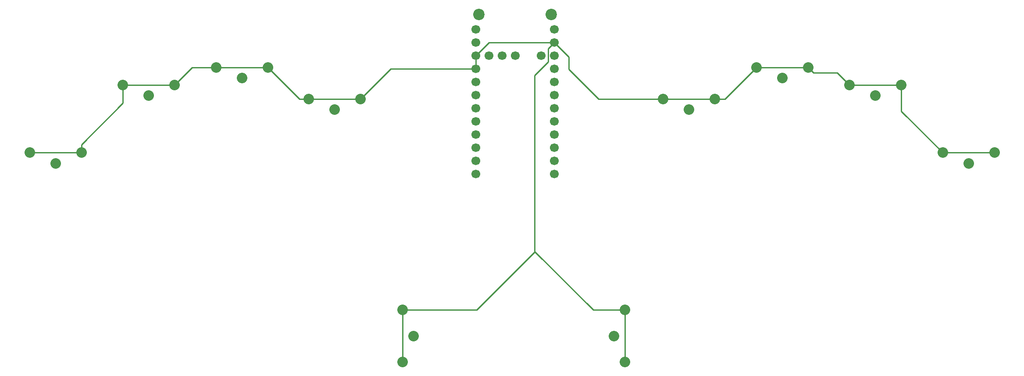
<source format=gbl>
G04 #@! TF.GenerationSoftware,KiCad,Pcbnew,5.1.6*
G04 #@! TF.CreationDate,2020-09-08T14:16:16+01:00*
G04 #@! TF.ProjectId,noip,6e6f6970-2e6b-4696-9361-645f70636258,.1*
G04 #@! TF.SameCoordinates,Original*
G04 #@! TF.FileFunction,Copper,L2,Bot*
G04 #@! TF.FilePolarity,Positive*
%FSLAX46Y46*%
G04 Gerber Fmt 4.6, Leading zero omitted, Abs format (unit mm)*
G04 Created by KiCad (PCBNEW 5.1.6) date 2020-09-08 14:16:16*
%MOMM*%
%LPD*%
G01*
G04 APERTURE LIST*
G04 #@! TA.AperFunction,ComponentPad*
%ADD10C,1.700000*%
G04 #@! TD*
G04 #@! TA.AperFunction,ComponentPad*
%ADD11C,2.200000*%
G04 #@! TD*
G04 #@! TA.AperFunction,ComponentPad*
%ADD12C,2.032000*%
G04 #@! TD*
G04 #@! TA.AperFunction,Conductor*
%ADD13C,0.250000*%
G04 #@! TD*
G04 APERTURE END LIST*
D10*
X157015000Y-45150000D03*
X141800000Y-47690000D03*
D11*
X156405000Y-42325200D03*
X142409600Y-42325200D03*
D10*
X141800000Y-45150000D03*
X144340000Y-50230000D03*
X141800000Y-50230000D03*
X141800000Y-52770000D03*
X141800000Y-55310000D03*
X141800000Y-57850000D03*
X146880000Y-50230000D03*
X149420000Y-50230000D03*
X141800000Y-60390000D03*
X141800000Y-62930000D03*
X141800000Y-65470000D03*
X141800000Y-68010000D03*
X141800000Y-70550000D03*
X141800000Y-73090000D03*
X157015000Y-47690000D03*
X157015000Y-50230000D03*
X157015000Y-55310000D03*
X154475000Y-50230000D03*
X157015000Y-52770000D03*
X157015000Y-57850000D03*
X157015000Y-60390000D03*
X157015000Y-62930000D03*
X157015000Y-68010000D03*
X157015000Y-70550000D03*
X157015000Y-65470000D03*
X157015000Y-73090000D03*
D12*
X129800000Y-104400000D03*
X127700000Y-99400000D03*
X127700000Y-109400000D03*
X170600000Y-99400000D03*
X170600000Y-109400000D03*
X168500000Y-104400000D03*
X237000000Y-71100000D03*
X232000000Y-69000000D03*
X242000000Y-69000000D03*
X219000000Y-58000000D03*
X214000000Y-55900000D03*
X224000000Y-55900000D03*
X201000000Y-54600000D03*
X196000000Y-52500000D03*
X206000000Y-52500000D03*
X183000000Y-60700000D03*
X178000000Y-58600000D03*
X188000000Y-58600000D03*
X114600000Y-60700000D03*
X109600000Y-58600000D03*
X119600000Y-58600000D03*
X96700000Y-54600000D03*
X91700000Y-52500000D03*
X101700000Y-52500000D03*
X83700000Y-55900000D03*
X73700000Y-55900000D03*
X78700000Y-58000000D03*
X60700000Y-71100000D03*
X55700000Y-69000000D03*
X65700000Y-69000000D03*
D13*
X157015000Y-47690000D02*
X151890000Y-47690000D01*
X141800000Y-51432081D02*
X141800000Y-52770000D01*
X141800000Y-50230000D02*
X141800000Y-51432081D01*
X144340000Y-47690000D02*
X141800000Y-50230000D01*
X157015000Y-47690000D02*
X144340000Y-47690000D01*
X196000000Y-52500000D02*
X197436840Y-52500000D01*
X101700000Y-52500000D02*
X100263160Y-52500000D01*
X155839999Y-48865001D02*
X157015000Y-47690000D01*
X155839999Y-51460001D02*
X155839999Y-48865001D01*
X153220000Y-54080000D02*
X155839999Y-51460001D01*
X153220000Y-77700000D02*
X153220000Y-54080000D01*
X170600000Y-109400000D02*
X170600000Y-99400000D01*
X164500000Y-99400000D02*
X153200000Y-88100000D01*
X153200000Y-88100000D02*
X153220000Y-88220000D01*
X170600000Y-99400000D02*
X164500000Y-99400000D01*
X153220000Y-77700000D02*
X153200000Y-88100000D01*
X127700000Y-109400000D02*
X127700000Y-99400000D01*
X142040000Y-99400000D02*
X153220000Y-88220000D01*
X127700000Y-99400000D02*
X142040000Y-99400000D01*
X125430000Y-52770000D02*
X119600000Y-58600000D01*
X141800000Y-52770000D02*
X125430000Y-52770000D01*
X119600000Y-58600000D02*
X109600000Y-58600000D01*
X107800000Y-58600000D02*
X101700000Y-52500000D01*
X109600000Y-58600000D02*
X107800000Y-58600000D01*
X101700000Y-52500000D02*
X91700000Y-52500000D01*
X87100000Y-52500000D02*
X83700000Y-55900000D01*
X91700000Y-52500000D02*
X87100000Y-52500000D01*
X83700000Y-55900000D02*
X73700000Y-55900000D01*
X65700000Y-67440334D02*
X65700000Y-69000000D01*
X73700000Y-59440334D02*
X65700000Y-67440334D01*
X73700000Y-55900000D02*
X73700000Y-59440334D01*
X65700000Y-69000000D02*
X55700000Y-69000000D01*
X157015000Y-47690000D02*
X159830000Y-50505000D01*
X159830000Y-50505000D02*
X159830000Y-52920000D01*
X165510000Y-58600000D02*
X178000000Y-58600000D01*
X159830000Y-52920000D02*
X165510000Y-58600000D01*
X178000000Y-58600000D02*
X188000000Y-58600000D01*
X189900000Y-58600000D02*
X196000000Y-52500000D01*
X188000000Y-58600000D02*
X189900000Y-58600000D01*
X196000000Y-52500000D02*
X206000000Y-52500000D01*
X211615999Y-53515999D02*
X214000000Y-55900000D01*
X207015999Y-53515999D02*
X211615999Y-53515999D01*
X206000000Y-52500000D02*
X207015999Y-53515999D01*
X214000000Y-55900000D02*
X224000000Y-55900000D01*
X224000000Y-61000000D02*
X232000000Y-69000000D01*
X224000000Y-55900000D02*
X224000000Y-61000000D01*
X232000000Y-69000000D02*
X242000000Y-69000000D01*
M02*

</source>
